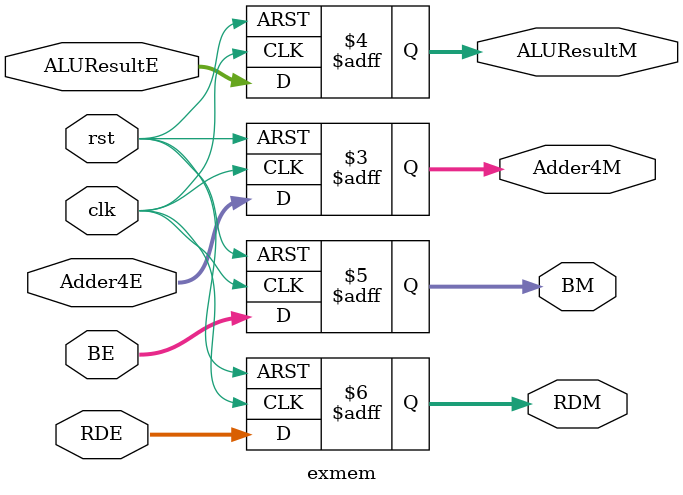
<source format=v>
module exmem (
    input  wire        clk,
    input  wire        rst,
    input  wire [31:0] Adder4E,
    input  wire [31:0] ALUResultE,
    input  wire [31:0] BE,
    input  wire [4:0]  RDE,
    output reg  [31:0] Adder4M,
    output reg  [31:0] ALUResultM,
    output reg  [31:0] BM,
    output reg  [4:0]  RDM
);

always @(posedge clk or negedge rst) begin
    if (!rst) begin
        Adder4M    <= 32'b0;
        ALUResultM <= 32'b0;
        BM         <= 32'b0;
        RDM        <= 5'b0;
    end else begin
        Adder4M    <= Adder4E;
        ALUResultM <= ALUResultE;
        BM         <= BE;
        RDM        <= RDE;
    end
end

endmodule

</source>
